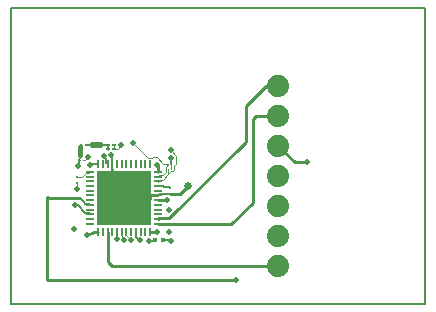
<source format=gtl>
G75*
%MOIN*%
%OFA0B0*%
%FSLAX25Y25*%
%IPPOS*%
%LPD*%
%AMOC8*
5,1,8,0,0,1.08239X$1,22.5*
%
%ADD10C,0.00600*%
%ADD11R,0.02677X0.00906*%
%ADD12R,0.18110X0.18110*%
%ADD13R,0.00906X0.02677*%
%ADD14R,0.00492X0.00591*%
%ADD15R,0.01181X0.00787*%
%ADD16R,0.00984X0.00984*%
%ADD17R,0.01378X0.01575*%
%ADD18C,0.07400*%
%ADD19R,0.00833X0.00787*%
%ADD20C,0.00400*%
%ADD21C,0.02000*%
%ADD22C,0.00500*%
%ADD23C,0.02578*%
%ADD24C,0.01000*%
%ADD25C,0.00800*%
%ADD26C,0.01500*%
%ADD27C,0.02000*%
D10*
X0001300Y0001300D02*
X0139095Y0001300D01*
X0139095Y0099725D01*
X0001300Y0099725D01*
X0001300Y0001300D01*
X0027646Y0031064D02*
X0027224Y0031486D01*
X0026018Y0031486D01*
X0023459Y0034045D01*
X0022641Y0034045D01*
X0024256Y0036442D02*
X0025608Y0035090D01*
X0025608Y0035045D01*
X0026018Y0034635D01*
X0027224Y0034635D01*
X0027646Y0034213D01*
X0038906Y0036576D02*
X0046374Y0036576D01*
X0042843Y0025316D02*
X0042843Y0023644D01*
X0044078Y0022409D01*
X0047098Y0022334D02*
X0049207Y0022334D01*
X0049321Y0022448D01*
X0051762Y0022448D02*
X0054378Y0022448D01*
X0054603Y0022223D01*
X0033394Y0047835D02*
X0032972Y0048257D01*
X0032972Y0049464D01*
X0032203Y0050233D01*
X0032203Y0050574D01*
X0033564Y0052981D02*
X0033564Y0054162D01*
X0031054Y0054162D01*
X0030304Y0054162D01*
X0030245Y0047835D02*
X0027741Y0047835D01*
X0027497Y0047670D01*
D11*
X0027646Y0045237D03*
X0027646Y0043662D03*
X0027646Y0042087D03*
X0027646Y0040513D03*
X0027646Y0038938D03*
X0027646Y0037363D03*
X0027646Y0035788D03*
X0027646Y0034213D03*
X0027646Y0032639D03*
X0027646Y0031064D03*
X0027646Y0029489D03*
X0027646Y0027914D03*
X0050166Y0027914D03*
X0050166Y0029489D03*
X0050166Y0031064D03*
X0050166Y0032639D03*
X0050166Y0034213D03*
X0050166Y0035788D03*
X0050166Y0037363D03*
X0050166Y0038938D03*
X0050166Y0040513D03*
X0050166Y0042087D03*
X0050166Y0043662D03*
X0050166Y0045237D03*
D12*
X0038906Y0036576D03*
D13*
X0038119Y0047835D03*
X0039694Y0047835D03*
X0041269Y0047835D03*
X0042843Y0047835D03*
X0044418Y0047835D03*
X0045993Y0047835D03*
X0047568Y0047835D03*
X0036544Y0047835D03*
X0034969Y0047835D03*
X0033394Y0047835D03*
X0031820Y0047835D03*
X0030245Y0047835D03*
X0030245Y0025316D03*
X0031820Y0025316D03*
X0033394Y0025316D03*
X0034969Y0025316D03*
X0036544Y0025316D03*
X0038119Y0025316D03*
X0039694Y0025316D03*
X0041269Y0025316D03*
X0042843Y0025316D03*
X0044418Y0025316D03*
X0045993Y0025316D03*
X0047568Y0025316D03*
D14*
X0053639Y0046351D03*
X0054569Y0046351D03*
X0054584Y0047721D03*
X0053654Y0047721D03*
X0025153Y0049242D03*
X0024223Y0049242D03*
D15*
X0033564Y0052981D03*
X0033564Y0054162D03*
X0035690Y0054162D03*
X0035690Y0052981D03*
D16*
X0023217Y0043413D03*
X0023217Y0041613D03*
X0054363Y0039787D03*
X0054363Y0037987D03*
D17*
X0051762Y0022448D03*
X0049321Y0022448D03*
D18*
X0090260Y0023992D03*
X0090260Y0033992D03*
X0090260Y0043992D03*
X0090260Y0053992D03*
X0090260Y0063992D03*
X0090260Y0073992D03*
X0090260Y0013992D03*
D19*
X0026121Y0054091D03*
X0024580Y0054091D03*
D20*
X0026709Y0050070D02*
X0025888Y0049249D01*
X0025153Y0049242D01*
X0026059Y0044715D02*
X0024757Y0043413D01*
X0023217Y0043413D01*
X0023217Y0041613D02*
X0023217Y0039481D01*
X0023202Y0039465D01*
X0026059Y0044715D02*
X0027124Y0044715D01*
X0027646Y0045237D01*
X0035690Y0052981D02*
X0036792Y0052981D01*
X0037883Y0054072D01*
X0035690Y0054162D02*
X0035690Y0052981D01*
X0041744Y0054787D02*
X0046757Y0049774D01*
X0049773Y0050071D01*
X0051826Y0048018D01*
X0053654Y0047721D01*
X0053180Y0047246D01*
X0053144Y0047246D01*
X0052793Y0046895D01*
X0052793Y0045224D01*
X0051753Y0044184D01*
X0050688Y0044184D01*
X0050166Y0043662D01*
X0050688Y0042609D02*
X0051753Y0042609D01*
X0053639Y0044495D01*
X0053639Y0044607D01*
X0054487Y0045456D01*
X0055063Y0045456D01*
X0055431Y0045823D01*
X0055431Y0047177D01*
X0056231Y0047978D01*
X0056231Y0050589D01*
X0054450Y0052370D01*
X0054450Y0052481D01*
X0054584Y0047721D02*
X0054569Y0047706D01*
X0054569Y0046351D01*
X0053639Y0046351D02*
X0053639Y0044607D01*
X0050688Y0042609D02*
X0050166Y0042087D01*
X0050292Y0041961D01*
X0039694Y0025316D02*
X0039694Y0024239D01*
X0041356Y0022577D01*
X0038956Y0022577D02*
X0038156Y0023377D01*
X0038156Y0023467D01*
X0038119Y0023504D01*
X0038119Y0025316D01*
X0036544Y0025316D02*
X0036544Y0022816D01*
X0036548Y0022745D01*
D21*
X0036548Y0022745D03*
X0038956Y0022577D03*
X0041356Y0022577D03*
X0044078Y0022409D03*
X0047098Y0022334D03*
X0049860Y0025084D03*
X0053981Y0025233D03*
X0054603Y0022223D03*
X0053855Y0032359D03*
X0053135Y0035728D03*
X0049733Y0047496D03*
X0054631Y0049926D03*
X0054450Y0052481D03*
X0041744Y0054787D03*
X0037883Y0054072D03*
X0034603Y0050894D03*
X0032203Y0050574D03*
X0026709Y0050070D03*
X0027497Y0047670D03*
X0023469Y0047224D03*
X0023202Y0039465D03*
X0022641Y0034045D03*
X0022166Y0026103D03*
X0026657Y0024281D03*
X0076103Y0009174D03*
X0099725Y0048544D03*
D22*
X0054631Y0049926D02*
X0054584Y0049880D01*
X0054584Y0047721D01*
X0051931Y0040513D02*
X0050166Y0040513D01*
X0051931Y0040513D02*
X0052132Y0040311D01*
X0053838Y0040311D01*
X0054363Y0039787D01*
X0054363Y0037987D02*
X0051926Y0037987D01*
X0051774Y0037835D01*
X0050638Y0037835D01*
X0050166Y0037363D01*
X0034969Y0047835D02*
X0034969Y0050528D01*
X0034603Y0050894D01*
X0024223Y0049242D02*
X0023827Y0049095D01*
D23*
X0038816Y0037430D03*
X0045219Y0034002D03*
X0045197Y0030053D03*
X0040386Y0030107D03*
X0060355Y0040670D03*
D24*
X0057672Y0037987D01*
X0054363Y0037987D01*
X0053135Y0035728D02*
X0050227Y0035728D01*
X0050213Y0035741D01*
X0050166Y0035788D01*
X0050166Y0035741D02*
X0050213Y0035741D01*
X0050166Y0037363D02*
X0047684Y0037363D01*
X0047684Y0036467D01*
X0045219Y0034002D01*
X0046374Y0036576D02*
X0047161Y0037363D01*
X0047684Y0037363D01*
X0040386Y0035096D02*
X0040386Y0030107D01*
X0040386Y0035096D02*
X0038906Y0036576D01*
X0038816Y0037430D02*
X0034969Y0040513D01*
X0034969Y0046186D01*
X0033564Y0052981D02*
X0033524Y0053020D01*
X0024580Y0054091D02*
X0024123Y0053634D01*
X0024256Y0036442D02*
X0013402Y0036442D01*
X0013111Y0036733D01*
X0013111Y0009174D01*
X0076103Y0009174D01*
X0090167Y0013898D02*
X0090260Y0013992D01*
X0090167Y0013898D02*
X0034765Y0013898D01*
X0033394Y0015269D01*
X0033394Y0025316D01*
X0030245Y0025316D02*
X0028839Y0025143D01*
X0026657Y0024281D01*
X0047568Y0025316D02*
X0049628Y0025316D01*
X0049860Y0025084D01*
X0050166Y0027914D02*
X0074657Y0027914D01*
X0081711Y0034968D01*
X0081711Y0062843D01*
X0082860Y0063992D01*
X0090260Y0063992D01*
X0086361Y0073992D02*
X0079519Y0067150D01*
X0079519Y0055336D01*
X0053894Y0029711D01*
X0050388Y0029711D01*
X0050166Y0029489D01*
X0050166Y0045237D02*
X0050166Y0046989D01*
X0049733Y0047496D01*
X0086361Y0073992D02*
X0090260Y0073992D01*
X0090260Y0053992D02*
X0095708Y0048544D01*
X0099725Y0048544D01*
D25*
X0038816Y0037430D02*
X0038906Y0036576D01*
X0034969Y0046186D02*
X0034969Y0047835D01*
X0028281Y0054109D02*
X0028263Y0054091D01*
X0026121Y0054091D01*
X0024123Y0051677D02*
X0024123Y0050889D01*
X0024123Y0049884D01*
X0024107Y0049868D01*
X0023827Y0049095D01*
X0023827Y0047582D01*
X0023469Y0047224D01*
D26*
X0024123Y0050889D02*
X0024123Y0053634D01*
D27*
X0028281Y0054109D02*
X0028334Y0054162D01*
X0031054Y0054162D01*
M02*

</source>
